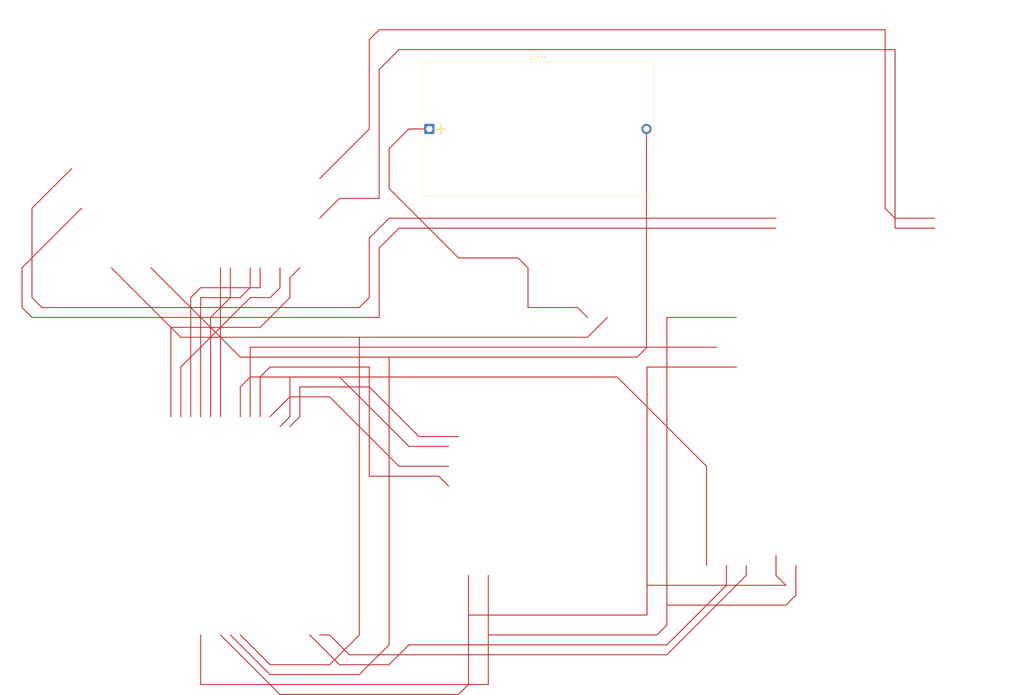
<source format=kicad_pcb>
(kicad_pcb (version 20221018) (generator pcbnew)
  (layers (0 "F.Cu" signal) (31 "B.Cu" signal) (34 "B.Paste" user) (35 "F.Paste" user) (36 "B.SilkS" user "B.Silkscreen") (37 "F.SilkS" user "F.Silkscreen") (38 "B.Mask" user) (39 "F.Mask" user) (44 "Edge.Cuts" user))
  (net 0 "")
  (footprint "Battery:BatteryHolder_Bulgin_BX0036_1xC" (layer "F.Cu") (at 124.6 48.26)
    (fp_text reference "REF**" (at 27.8 -18.1) (layer "F.SilkS"))
    (fp_text value "BatteryHolder_Bulgin_BX0036_1xC")
    (fp_text user "+" (at 3 -0.2) (layer "F.SilkS") (effects (font (size 3 3) (thickness 0.45))))
    (fp_line (start -1.81 -17.06) (end -1.81 17.06) (stroke (width 0.12)) (layer "F.SilkS"))
    (fp_line (start -1.81 -17.06) (end 57.41 -17.06) (stroke (width 0.12)) (layer "F.SilkS"))
    (fp_line (start -1.81 17.06) (end 57.41 17.06) (stroke (width 0.12)) (layer "F.SilkS"))
    (fp_line (start 57.41 -17.06) (end 57.41 17.06) (stroke (width 0.12)) (layer "F.SilkS"))
    (pad "" np_thru_hole circle (at 11.9 0) (size 3.8 3.8) (drill 3.8) (layers "*.Cu" "*.Mask"))
    (pad "" np_thru_hole circle (at 43.7 0) (size 3.8 3.8) (drill 3.8) (layers "*.Cu" "*.Mask"))
    (pad "1" thru_hole rect (at 0 0) (size 2.6 2.6) (drill 1.6) (layers "*.Cu" "*.Mask"))
    (pad "2" thru_hole circle (at 55.6 0) (size 2.6 2.6) (drill 1.6) (layers "*.Cu" "*.Mask"))
  )
  (segment (start 162.56 101.6) (end 106.68 101.6) (width 0.25) (layer "F.Cu") (net 0))
  (segment (start 25.4 93.98) (end 22.86 91.44) (width 0.25) (layer "F.Cu") (net 0))
  (segment (start 114.3 63.5) (end 132.08 81.28) (width 0.25) (layer "F.Cu") (net 0))
  (segment (start 182.88 177.8) (end 139.7 177.8) (width 0.25) (layer "F.Cu") (net 0))
  (segment (start 106.68 187.96) (end 104.14 187.96) (width 0.25) (layer "F.Cu") (net 0))
  (segment (start 139.7 177.8) (end 139.7 190.5) (width 0.25) (layer "F.Cu") (net 0))
  (segment (start 134.62 162.56) (end 134.62 172.72) (width 0.25) (layer "F.Cu") (net 0))
  (segment (start 180.2 48.26) (end 180.2 104.28) (width 0.25) (layer "F.Cu") (net 0))
  (segment (start 109.22 76.2) (end 109.22 91.44) (width 0.25) (layer "F.Cu") (net 0))
  (segment (start 73.66 93.98) (end 25.4 93.98) (width 0.25) (layer "F.Cu") (net 0))
  (segment (start 198.12 104.14) (end 78.74 104.14) (width 0.25) (layer "F.Cu") (net 0))
  (segment (start 149.86 93.98) (end 162.56 93.98) (width 0.25) (layer "F.Cu") (net 0))
  (segment (start 119.38 48.26) (end 114.3 53.34) (width 0.25) (layer "F.Cu") (net 0))
  (segment (start 185.42 182.88) (end 104.14 182.88) (width 0.25) (layer "F.Cu") (net 0))
  (segment (start 172.72 111.76) (end 78.74 111.76) (width 0.25) (layer "F.Cu") (net 0))
  (segment (start 114.3 53.34) (end 114.3 63.5) (width 0.25) (layer "F.Cu") (net 0))
  (segment (start 114.3 30.48) (end 111.76 33.02) (width 0.25) (layer "F.Cu") (net 0))
  (segment (start 88.9 91.44) (end 81.28 99.06) (width 0.25) (layer "F.Cu") (net 0))
  (segment (start 254 73.66) (end 243.84 73.66) (width 0.25) (layer "F.Cu") (net 0))
  (segment (start 180.2 104.28) (end 177.8 106.68) (width 0.25) (layer "F.Cu") (net 0))
  (segment (start 109.22 25.4) (end 109.22 48.26) (width 0.25) (layer "F.Cu") (net 0))
  (segment (start 101.6 66.04) (end 96.52 71.12) (width 0.25) (layer "F.Cu") (net 0))
  (segment (start 81.28 83.82) (end 81.28 88.9) (width 0.25) (layer "F.Cu") (net 0))
  (segment (start 187.96 180.34) (end 185.42 182.88) (width 0.25) (layer "F.Cu") (net 0))
  (segment (start 132.08 81.28) (end 147.32 81.28) (width 0.25) (layer "F.Cu") (net 0))
  (segment (start 86.36 88.9) (end 83.82 91.44) (width 0.25) (layer "F.Cu") (net 0))
  (segment (start 81.28 99.06) (end 58.42 99.06) (width 0.25) (layer "F.Cu") (net 0))
  (segment (start 180.34 172.72) (end 134.62 172.72) (width 0.25) (layer "F.Cu") (net 0))
  (segment (start 106.68 177.8) (end 99.06 185.42) (width 0.25) (layer "F.Cu") (net 0))
  (segment (start 111.76 33.02) (end 111.76 66.04) (width 0.25) (layer "F.Cu") (net 0))
  (segment (start 104.14 182.88) (end 99.06 177.8) (width 0.25) (layer "F.Cu") (net 0))
  (segment (start 88.9 121.92) (end 86.36 124.46) (width 0.25) (layer "F.Cu") (net 0))
  (segment (start 78.74 91.44) (end 60.96 109.22) (width 0.25) (layer "F.Cu") (net 0))
  (segment (start 81.28 88.9) (end 66.04 88.9) (width 0.25) (layer "F.Cu") (net 0))
  (segment (start 114.3 106.68) (end 76.2 106.68) (width 0.25) (layer "F.Cu") (net 0))
  (segment (start 88.9 86.36) (end 88.9 91.44) (width 0.25) (layer "F.Cu") (net 0))
  (segment (start 243.84 73.66) (end 243.84 27.94) (width 0.25) (layer "F.Cu") (net 0))
  (segment (start 106.68 101.6) (end 60.96 101.6) (width 0.25) (layer "F.Cu") (net 0))
  (segment (start 129.54 134.62) (end 116.84 134.62) (width 0.25) (layer "F.Cu") (net 0))
  (segment (start 66.04 91.44) (end 66.04 121.92) (width 0.25) (layer "F.Cu") (net 0))
  (segment (start 119.38 180.34) (end 114.3 185.42) (width 0.25) (layer "F.Cu") (net 0))
  (segment (start 180.34 109.22) (end 180.34 165.1) (width 0.25) (layer "F.Cu") (net 0))
  (segment (start 73.66 83.82) (end 73.66 91.44) (width 0.25) (layer "F.Cu") (net 0))
  (segment (start 205.74 162.56) (end 187.96 180.34) (width 0.25) (layer "F.Cu") (net 0))
  (segment (start 91.44 83.82) (end 88.9 86.36) (width 0.25) (layer "F.Cu") (net 0))
  (segment (start 195.58 134.62) (end 172.72 111.76) (width 0.25) (layer "F.Cu") (net 0))
  (segment (start 109.22 109.22) (end 83.82 109.22) (width 0.25) (layer "F.Cu") (net 0))
  (segment (start 73.66 91.44) (end 68.58 96.52) (width 0.25) (layer "F.Cu") (net 0))
  (segment (start 213.36 73.66) (end 116.84 73.66) (width 0.25) (layer "F.Cu") (net 0))
  (segment (start 83.82 187.96) (end 73.66 177.8) (width 0.25) (layer "F.Cu") (net 0))
  (segment (start 162.56 93.98) (end 165.1 96.52) (width 0.25) (layer "F.Cu") (net 0))
  (segment (start 254 71.12) (end 243.84 71.12) (width 0.25) (layer "F.Cu") (net 0))
  (segment (start 20.32 83.82) (end 35.56 68.58) (width 0.25) (layer "F.Cu") (net 0))
  (segment (start 83.82 185.42) (end 76.2 177.8) (width 0.25) (layer "F.Cu") (net 0))
  (segment (start 66.04 88.9) (end 63.5 91.44) (width 0.25) (layer "F.Cu") (net 0))
  (segment (start 106.68 93.98) (end 73.66 93.98) (width 0.25) (layer "F.Cu") (net 0))
  (segment (start 22.86 91.44) (end 22.86 68.58) (width 0.25) (layer "F.Cu") (net 0))
  (segment (start 180.34 165.1) (end 215.9 165.1) (width 0.25) (layer "F.Cu") (net 0))
  (segment (start 149.86 83.82) (end 149.86 93.98) (width 0.25) (layer "F.Cu") (net 0))
  (segment (start 81.28 111.76) (end 81.28 121.92) (width 0.25) (layer "F.Cu") (net 0))
  (segment (start 63.5 91.44) (end 63.5 121.92) (width 0.25) (layer "F.Cu") (net 0))
  (segment (start 111.76 22.86) (end 109.22 25.4) (width 0.25) (layer "F.Cu") (net 0))
  (segment (start 76.2 106.68) (end 53.34 83.82) (width 0.25) (layer "F.Cu") (net 0))
  (segment (start 241.3 22.86) (end 111.76 22.86) (width 0.25) (layer "F.Cu") (net 0))
  (segment (start 243.84 27.94) (end 116.84 27.94) (width 0.25) (layer "F.Cu") (net 0))
  (segment (start 134.62 190.5) (end 132.08 193.04) (width 0.25) (layer "F.Cu") (net 0))
  (segment (start 218.44 167.64) (end 218.44 160.02) (width 0.25) (layer "F.Cu") (net 0))
  (segment (start 78.74 88.9) (end 76.2 91.44) (width 0.25) (layer "F.Cu") (net 0))
  (segment (start 203.2 109.22) (end 180.34 109.22) (width 0.25) (layer "F.Cu") (net 0))
  (segment (start 116.84 27.94) (end 114.3 30.48) (width 0.25) (layer "F.Cu") (net 0))
  (segment (start 20.32 88.9) (end 20.32 83.82) (width 0.25) (layer "F.Cu") (net 0))
  (segment (start 109.22 185.42) (end 106.68 187.96) (width 0.25) (layer "F.Cu") (net 0))
  (segment (start 76.2 114.3) (end 76.2 121.92) (width 0.25) (layer "F.Cu") (net 0))
  (segment (start 109.22 114.3) (end 91.44 114.3) (width 0.25) (layer "F.Cu") (net 0))
  (segment (start 76.2 91.44) (end 66.04 91.44) (width 0.25) (layer "F.Cu") (net 0))
  (segment (start 132.08 127) (end 121.92 127) (width 0.25) (layer "F.Cu") (net 0))
  (segment (start 111.76 78.74) (end 111.76 96.52) (width 0.25) (layer "F.Cu") (net 0))
  (segment (start 71.12 83.82) (end 71.12 121.92) (width 0.25) (layer "F.Cu") (net 0))
  (segment (start 213.36 162.56) (end 213.36 157.48) (width 0.25) (layer "F.Cu") (net 0))
  (segment (start 116.84 134.62) (end 99.06 116.84) (width 0.25) (layer "F.Cu") (net 0))
  (segment (start 200.66 165.1) (end 185.42 180.34) (width 0.25) (layer "F.Cu") (net 0))
  (segment (start 185.42 96.52) (end 185.42 170.18) (width 0.25) (layer "F.Cu") (net 0))
  (segment (start 78.74 104.14) (end 78.74 121.92) (width 0.25) (layer "F.Cu") (net 0))
  (segment (start 200.66 160.02) (end 200.66 165.1) (width 0.25) (layer "F.Cu") (net 0))
  (segment (start 243.84 71.12) (end 241.3 68.58) (width 0.25) (layer "F.Cu") (net 0))
  (segment (start 66.04 190.5) (end 66.04 177.8) (width 0.25) (layer "F.Cu") (net 0))
  (segment (start 104.14 187.96) (end 83.82 187.96) (width 0.25) (layer "F.Cu") (net 0))
  (segment (start 22.86 68.58) (end 33.02 58.42) (width 0.25) (layer "F.Cu") (net 0))
  (segment (start 241.3 68.58) (end 241.3 22.86) (width 0.25) (layer "F.Cu") (net 0))
  (segment (start 177.8 106.68) (end 114.3 106.68) (width 0.25) (layer "F.Cu") (net 0))
  (segment (start 170.18 96.52) (end 165.1 101.6) (width 0.25) (layer "F.Cu") (net 0))
  (segment (start 119.38 129.54) (end 101.6 111.76) (width 0.25) (layer "F.Cu") (net 0))
  (segment (start 99.06 185.42) (end 83.82 185.42) (width 0.25) (layer "F.Cu") (net 0))
  (segment (start 180.34 165.1) (end 180.34 172.72) (width 0.25) (layer "F.Cu") (net 0))
  (segment (start 205.74 160.02) (end 205.74 162.56) (width 0.25) (layer "F.Cu") (net 0))
  (segment (start 165.1 101.6) (end 162.56 101.6) (width 0.25) (layer "F.Cu") (net 0))
  (segment (start 60.96 109.22) (end 60.96 121.92) (width 0.25) (layer "F.Cu") (net 0))
  (segment (start 86.36 83.82) (end 86.36 88.9) (width 0.25) (layer "F.Cu") (net 0))
  (segment (start 83.82 91.44) (end 78.74 91.44) (width 0.25) (layer "F.Cu") (net 0))
  (segment (start 139.7 162.56) (end 139.7 177.8) (width 0.25) (layer "F.Cu") (net 0))
  (segment (start 86.36 193.04) (end 71.12 177.8) (width 0.25) (layer "F.Cu") (net 0))
  (segment (start 91.44 114.3) (end 91.44 121.92) (width 0.25) (layer "F.Cu") (net 0))
  (segment (start 185.42 170.18) (end 185.42 175.26) (width 0.25) (layer "F.Cu") (net 0))
  (segment (start 20.32 93.98) (end 20.32 88.9) (width 0.25) (layer "F.Cu") (net 0))
  (segment (start 60.96 101.6) (end 43.18 83.82) (width 0.25) (layer "F.Cu") (net 0))
  (segment (start 114.3 185.42) (end 109.22 185.42) (width 0.25) (layer "F.Cu") (net 0))
  (segment (start 58.42 99.06) (end 58.42 121.92) (width 0.25) (layer "F.Cu") (net 0))
  (segment (start 91.44 121.92) (end 88.9 124.46) (width 0.25) (layer "F.Cu") (net 0))
  (segment (start 124.6 48.26) (end 119.38 48.26) (width 0.25) (layer "F.Cu") (net 0))
  (segment (start 111.76 66.04) (end 101.6 66.04) (width 0.25) (layer "F.Cu") (net 0))
  (segment (start 215.9 170.18) (end 218.44 167.64) (width 0.25) (layer "F.Cu") (net 0))
  (segment (start 134.62 172.72) (end 134.62 190.5) (width 0.25) (layer "F.Cu") (net 0))
  (segment (start 101.6 185.42) (end 93.98 177.8) (width 0.25) (layer "F.Cu") (net 0))
  (segment (start 129.54 139.7) (end 127 137.16) (width 0.25) (layer "F.Cu") (net 0))
  (segment (start 68.58 96.52) (end 68.58 121.92) (width 0.25) (layer "F.Cu") (net 0))
  (segment (start 109.22 48.26) (end 96.52 60.96) (width 0.25) (layer "F.Cu") (net 0))
  (segment (start 88.9 116.84) (end 83.82 121.92) (width 0.25) (layer "F.Cu") (net 0))
  (segment (start 139.7 190.5) (end 66.04 190.5) (width 0.25) (layer "F.Cu") (net 0))
  (segment (start 109.22 137.16) (end 109.22 109.22) (width 0.25) (layer "F.Cu") (net 0))
  (segment (start 101.6 111.76) (end 88.9 111.76) (width 0.25) (layer "F.Cu") (net 0))
  (segment (start 106.68 101.6) (end 106.68 177.8) (width 0.25) (layer "F.Cu") (net 0))
  (segment (start 111.76 96.52) (end 22.86 96.52) (width 0.25) (layer "F.Cu") (net 0))
  (segment (start 83.82 109.22) (end 81.28 111.76) (width 0.25) (layer "F.Cu") (net 0))
  (segment (start 116.84 73.66) (end 114.3 76.2) (width 0.25) (layer "F.Cu") (net 0))
  (segment (start 121.92 127) (end 109.22 114.3) (width 0.25) (layer "F.Cu") (net 0))
  (segment (start 114.3 71.12) (end 109.22 76.2) (width 0.25) (layer "F.Cu") (net 0))
  (segment (start 114.3 106.68) (end 114.3 180.34) (width 0.25) (layer "F.Cu") (net 0))
  (segment (start 129.54 129.54) (end 119.38 129.54) (width 0.25) (layer "F.Cu") (net 0))
  (segment (start 109.22 91.44) (end 106.68 93.98) (width 0.25) (layer "F.Cu") (net 0))
  (segment (start 147.32 81.28) (end 149.86 83.82) (width 0.25) (layer "F.Cu") (net 0))
  (segment (start 127 137.16) (end 109.22 137.16) (width 0.25) (layer "F.Cu") (net 0))
  (segment (start 88.9 111.76) (end 88.9 121.92) (width 0.25) (layer "F.Cu") (net 0))
  (segment (start 22.86 96.52) (end 20.32 93.98) (width 0.25) (layer "F.Cu") (net 0))
  (segment (start 99.06 177.8) (end 96.52 177.8) (width 0.25) (layer "F.Cu") (net 0))
  (segment (start 99.06 116.84) (end 88.9 116.84) (width 0.25) (layer "F.Cu") (net 0))
  (segment (start 185.42 170.18) (end 215.9 170.18) (width 0.25) (layer "F.Cu") (net 0))
  (segment (start 78.74 83.82) (end 78.74 88.9) (width 0.25) (layer "F.Cu") (net 0))
  (segment (start 185.42 175.26) (end 182.88 177.8) (width 0.25) (layer "F.Cu") (net 0))
  (segment (start 114.3 76.2) (end 111.76 78.74) (width 0.25) (layer "F.Cu") (net 0))
  (segment (start 185.42 180.34) (end 119.38 180.34) (width 0.25) (layer "F.Cu") (net 0))
  (segment (start 203.2 96.52) (end 185.42 96.52) (width 0.25) (layer "F.Cu") (net 0))
  (segment (start 114.3 180.34) (end 109.22 185.42) (width 0.25) (layer "F.Cu") (net 0))
  (segment (start 195.58 160.02) (end 195.58 134.62) (width 0.25) (layer "F.Cu") (net 0))
  (segment (start 109.22 185.42) (end 101.6 185.42) (width 0.25) (layer "F.Cu") (net 0))
  (segment (start 78.74 111.76) (end 76.2 114.3) (width 0.25) (layer "F.Cu") (net 0))
  (segment (start 215.9 165.1) (end 213.36 162.56) (width 0.25) (layer "F.Cu") (net 0))
  (segment (start 213.36 71.12) (end 114.3 71.12) (width 0.25) (layer "F.Cu") (net 0))
  (segment (start 132.08 193.04) (end 86.36 193.04) (width 0.25) (layer "F.Cu") (net 0))
)
</source>
